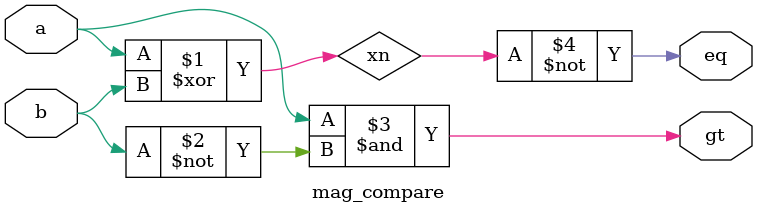
<source format=sv>
module mag_compare(
    input a, b,
    output eq, gt
);
    wire xn;
    xor(xn, a, b);
    not(eq, xn);
    and(gt, a, ~b);
endmodule
</source>
